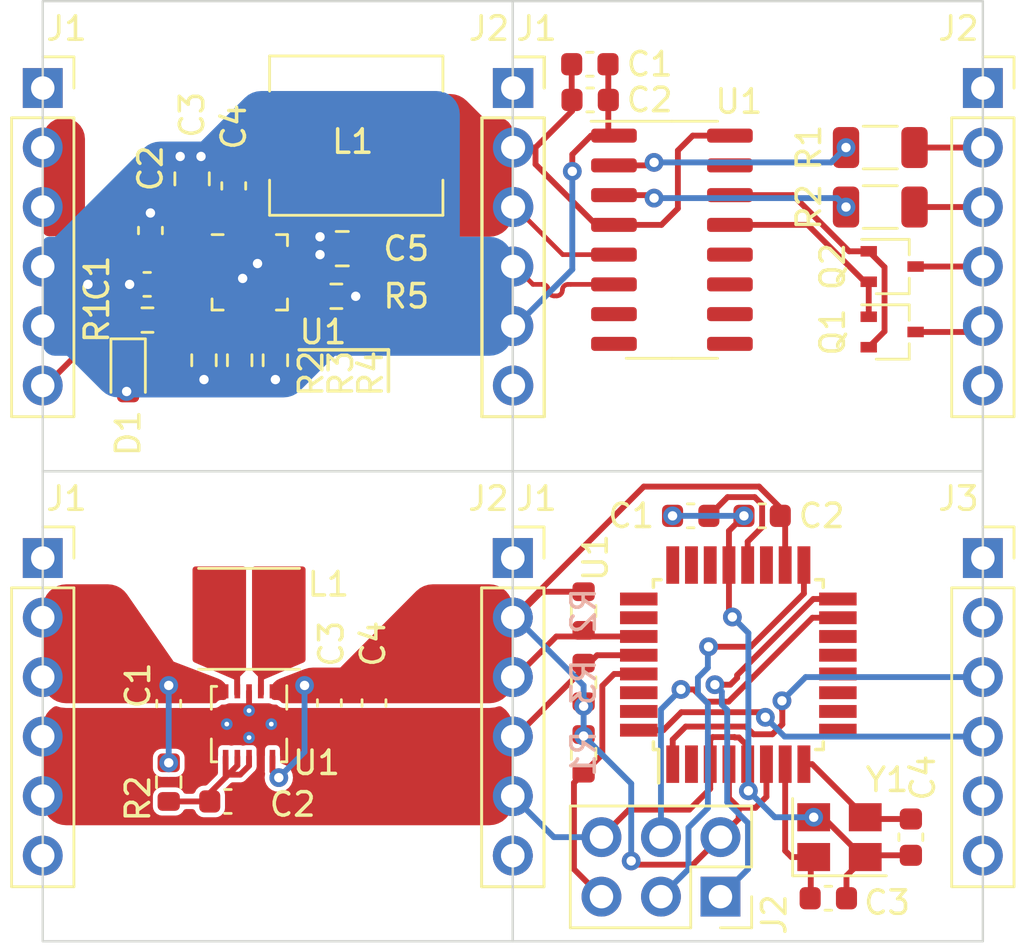
<source format=kicad_pcb>
(kicad_pcb (version 20210722) (generator pcbnew)
  (title_block (title "battery charger") (date "2021-07-07") (rev "0.2") (company "Alex Carter"))
  (layers (0 "F.Cu" signal) (31 "B.Cu" signal) (34 "B.Paste" user) (35 "F.Paste" user) (36 "B.SilkS" user "B.Silkscreen") (37 "F.SilkS" user "F.Silkscreen") (38 "B.Mask" user) (39 "F.Mask" user) (44 "Edge.Cuts" user))
  (net 0 "")
  (net 1 "GND")
  (net 2 "/REGN")
  (net 3 "VBUS")
  (net 4 "Net-(C3-Pad1)")
  (net 5 "Net-(C4-Pad1)")
  (net 6 "Net-(C4-Pad2)")
  (net 7 "+BATT")
  (net 8 "/STAT")
  (net 9 "Net-(R1-Pad2)")
  (net 10 "Net-(R2-Pad2)")
  (net 11 "Net-(R3-Pad2)")
  (net 12 "Net-(R5-Pad1)")
  (footprint "Capacitor_SMD:C_0805_2012Metric" (layer "F.Cu") (at 105.979 66.548 180)
    (fp_text reference "C5")
    (fp_text value "10u")
  )
  (footprint "Capacitor_SMD:C_0603_1608Metric" (layer "F.Cu") (at 101.346 63.868 90)
    (fp_text reference "C4")
    (fp_text value "47n")
  )
  (footprint "Connector_PinSocket_2.54mm:PinSocket_1x06_P2.54mm_Vertical" (layer "F.Cu") (at 133.325 59.69)
    (fp_text reference "J2")
    (fp_text value "Output")
  )
  (footprint "Connector_PinSocket_2.54mm:PinSocket_1x06_P2.54mm_Vertical" (layer "F.Cu") (at 113.259 79.756)
    (fp_text reference "J1")
    (fp_text value "Input")
  )
  (footprint "Resistor_SMD:R_0603_1608Metric" (layer "F.Cu") (at 98.5705 89.32 90)
    (fp_text reference "R2")
    (fp_text value "100")
  )
  (footprint "Connector_PinSocket_2.54mm:PinSocket_1x06_P2.54mm_Vertical" (layer "F.Cu") (at 93.193 59.69)
    (fp_text reference "J1")
    (fp_text value "Input")
  )
  (footprint "Capacitor_SMD:C_0603_1608Metric" (layer "F.Cu") (at 97.79 65.773 90)
    (fp_text reference "C2")
    (fp_text value "2.2u")
  )
  (footprint "Connector_PinSocket_2.54mm:PinSocket_1x06_P2.54mm_Vertical" (layer "F.Cu") (at 113.259 59.69)
    (fp_text reference "J1")
    (fp_text value "Input")
  )
  (footprint "Capacitor_SMD:C_0603_1608Metric" (layer "F.Cu") (at 130.252 91.669 -90)
    (fp_text reference "C4")
    (fp_text value "12p")
  )
  (footprint "Package_TO_SOT_SMD:SOT-323_SC-70" (layer "F.Cu") (at 129.4535 70.104)
    (fp_text reference "Q1")
    (fp_text value "DTC143T")
  )
  (footprint "Package_SO:SOIC-16_3.9x9.9mm_P1.27mm" (layer "F.Cu") (at 120.052 66.167)
    (fp_text reference "U1")
    (fp_text value "CH340B")
  )
  (footprint "Package_TO_SOT_SMD:SOT-323_SC-70" (layer "F.Cu") (at 129.4535 67.31)
    (fp_text reference "Q2")
    (fp_text value "DTC143T")
  )
  (footprint "Capacitor_SMD:C_0603_1608Metric" (layer "F.Cu") (at 120.854 77.953)
    (fp_text reference "C1")
    (fp_text value "0u1")
  )
  (footprint "Capacitor_SMD:C_0805_2012Metric" (layer "F.Cu") (at 99.568 63.566 90)
    (fp_text reference "C3")
    (fp_text value "10u")
  )
  (footprint "Resistor_SMD:R_1206_3216Metric" (layer "F.Cu") (at 128.9455 64.77)
    (fp_text reference "R2")
    (fp_text value "0")
  )
  (footprint "Resistor_SMD:R_0603_1608Metric" (layer "F.Cu") (at 101.6 71.31 90)
    (fp_text reference "R3")
    (fp_text value "10k")
  )
  (footprint "Resistor_SMD:R_0603_1608Metric" (layer "F.Cu") (at 116.282 85.065 90)
    (fp_text reference "R3")
    (fp_text value "tbd")
  )
  (footprint "LED_SMD:LED_0603_1608Metric" (layer "F.Cu") (at 96.838 71.882 -90)
    (fp_text reference "D1")
    (fp_text value "Stat")
  )
  (footprint "Connector_PinSocket_2.54mm:PinSocket_1x06_P2.54mm_Vertical" (layer "F.Cu") (at 113.284 59.69)
    (fp_text reference "J2")
    (fp_text value "Output")
  )
  (footprint "Resistor_SMD:R_0603_1608Metric" (layer "F.Cu") (at 116.282 82.017 -90)
    (fp_text reference "R2")
    (fp_text value "tbd")
  )
  (footprint "Package_SON:Texas_DRC0010J_ThermalVias" (layer "F.Cu") (at 101.9995 86.843 -90)
    (fp_text reference "U1")
    (fp_text value "TPS63001")
  )
  (footprint "Capacitor_SMD:C_0603_1608Metric" (layer "F.Cu") (at 101.0975 90.145)
    (fp_text reference "C2")
    (fp_text value "0u1")
  )
  (footprint "Inductor_SMD:L_Coilcraft_XxL4040" (layer "F.Cu") (at 101.9995 82.35)
    (fp_text reference "L1")
    (fp_text value "2u2")
  )
  (footprint "Connector_PinSocket_2.54mm:PinSocket_1x06_P2.54mm_Vertical" (layer "F.Cu") (at 93.193 79.756)
    (fp_text reference "J1")
    (fp_text value "Input")
  )
  (footprint "Resistor_SMD:R_0603_1608Metric" (layer "F.Cu") (at 116.282 88.113 90)
    (fp_text reference "R1")
    (fp_text value "10K")
  )
  (footprint "Package_QFP:TQFP-32_7x7mm_P0.8mm" (layer "F.Cu") (at 122.886 84.303 90)
    (fp_text reference "U1")
    (fp_text value "ATmega328-AU")
  )
  (footprint "Resistor_SMD:R_0603_1608Metric" (layer "F.Cu") (at 97.663 69.596)
    (fp_text reference "R1")
    (fp_text value "1k")
  )
  (footprint "Resistor_SMD:R_0603_1608Metric" (layer "F.Cu") (at 103.124 71.311 -90)
    (fp_text reference "R4")
    (fp_text value "10k")
  )
  (footprint "Capacitor_SMD:C_0603_1608Metric" (layer "F.Cu") (at 98.5705 85.967 -90)
    (fp_text reference "C1")
    (fp_text value "10u")
  )
  (footprint "Package_DFN_QFN:WQFN-16-1EP_3x3mm_P0.5mm_EP1.6x1.6mm" (layer "F.Cu") (at 102.03 67.557)
    (fp_text reference "U1")
    (fp_text value "BQ25300")
  )
  (footprint "Crystal:Crystal_SMD_3225-4Pin_3.2x2.5mm" (layer "F.Cu") (at 127.204 91.669)
    (fp_text reference "Y1")
    (fp_text value "16MHz YSX321SL")
  )
  (footprint "Capacitor_SMD:C_0603_1608Metric" (layer "F.Cu") (at 105.4285 85.941 -90)
    (fp_text reference "C3")
    (fp_text value "10u")
  )
  (footprint "Capacitor_SMD:C_0603_1608Metric" (layer "F.Cu") (at 116.561 60.198)
    (fp_text reference "C2")
    (fp_text value "0u1")
  )
  (footprint "Capacitor_SMD:C_0603_1608Metric" (layer "F.Cu") (at 97.65 68.072)
    (fp_text reference "C1")
    (fp_text value "2u2")
  )
  (footprint "Capacitor_SMD:C_0603_1608Metric" (layer "F.Cu") (at 123.902 77.953 180)
    (fp_text reference "C2")
    (fp_text value "0u1")
  )
  (footprint "Resistor_SMD:R_0603_1608Metric" (layer "F.Cu") (at 105.727 68.58)
    (fp_text reference "R5")
    (fp_text value "0")
  )
  (footprint "Inductor_SMD:L_Abracon_ASPI-0630LR" (layer "F.Cu") (at 106.576 61.722)
    (fp_text reference "L1")
    (fp_text value "1u")
  )
  (footprint "Connector_PinSocket_2.54mm:PinSocket_2x03_P2.54mm_Vertical" (layer "F.Cu") (at 122.124 94.209 -90)
    (fp_text reference "J2")
    (fp_text value "ICSP")
  )
  (footprint "Capacitor_SMD:C_0603_1608Metric" (layer "F.Cu") (at 126.728 94.277 180)
    (fp_text reference "C3")
    (fp_text value "12p")
  )
  (footprint "Resistor_SMD:R_1206_3216Metric" (layer "F.Cu") (at 128.9455 62.23)
    (fp_text reference "R1")
    (fp_text value "0")
  )
  (footprint "Connector_PinSocket_2.54mm:PinSocket_1x06_P2.54mm_Vertical" (layer "F.Cu") (at 133.325 79.756)
    (fp_text reference "J3")
    (fp_text value "Output")
  )
  (footprint "Connector_PinSocket_2.54mm:PinSocket_1x06_P2.54mm_Vertical" (layer "F.Cu") (at 113.259 79.756)
    (fp_text reference "J2")
    (fp_text value "Output")
  )
  (footprint "Resistor_SMD:R_0603_1608Metric" (layer "F.Cu") (at 100.076 71.31 90)
    (fp_text reference "R2")
    (fp_text value "20k")
  )
  (footprint "Capacitor_SMD:C_0603_1608Metric" (layer "F.Cu") (at 116.548 58.674)
    (fp_text reference "C1")
    (fp_text value "10u")
  )
  (footprint "Capacitor_SMD:C_0603_1608Metric" (layer "F.Cu") (at 107.3335 85.941 -90)
    (fp_text reference "C4")
    (fp_text value "10u")
  )
  (gr_line (start 104.14 70.866) (end 107.95 70.866) (layer "F.SilkS") (width 0.15))
  (gr_line (start 107.95 70.866) (end 107.95 72.644) (layer "F.SilkS") (width 0.15))
  (gr_rect (start 113.259 96.114) (end 93.193 76.048) (layer "Edge.Cuts") (width 0.1) (fill none))
  (gr_rect (start 113.259 76.048) (end 93.193 55.982) (layer "Edge.Cuts") (width 0.1) (fill none))
  (gr_rect (start 133.325 96.114) (end 113.259 76.048) (layer "Edge.Cuts") (width 0.1) (fill none))
  (gr_rect (start 133.325 76.048) (end 113.259 55.982) (layer "Edge.Cuts") (width 0.1) (fill none))
  (segment (start 114.48802 81.192) (end 113.38402 82.296) (width 0.25) (layer "F.Cu") (net 0))
  (segment (start 122.124 91.669) (end 122.901974 90.891026) (width 0.25) (layer "F.Cu") (net 0))
  (segment (start 123.822808 86.335) (end 120.454 86.335) (width 0.25) (layer "F.Cu") (net 0))
  (segment (start 115.869489 89.350511) (end 115.869489 93.034489) (width 0.25) (layer "F.Cu") (net 0))
  (segment (start 125.686 80.053) (end 125.686 81.267282) (width 0.25) (layer "F.Cu") (net 0))
  (segment (start 118.636 83.103) (end 115.11702 83.103) (width 0.25) (layer "F.Cu") (net 0))
  (segment (start 127.136 81.503) (end 126.086 81.503) (width 0.25) (layer "F.Cu") (net 0))
  (segment (start 122.486 89.999) (end 122.486 88.553) (width 0.25) (layer "F.Cu") (net 0))
  (segment (start 117.08152 88.13848) (end 116.282 88.938) (width 0.25) (layer "F.Cu") (net 0))
  (segment (start 127.136 82.303) (end 126.051359 82.303) (width 0.25) (layer "F.Cu") (net 0))
  (segment (start 120.454 86.335) (end 119.686 87.103) (width 0.25) (layer "F.Cu") (net 0))
  (segment (start 124.764501 86.252093) (end 124.748916 86.236508) (width 0.25) (layer "F.Cu") (net 0))
  (segment (start 101.9995 88.621) (end 101.6185 89.002) (width 0.25) (layer "F.Cu") (net 0))
  (segment (start 124.886 92.251) (end 124.992 92.357) (width 0.25) (layer "F.Cu") (net 0))
  (segment (start 125.686 88.553) (end 126.038 88.553) (width 0.25) (layer "F.Cu") (net 0))
  (segment (start 128.4535 69.454) (end 128.4535 67.96) (width 0.25) (layer "F.Cu") (net 0))
  (segment (start 125.217934 64.262) (end 127.615934 66.66) (width 0.25) (layer "F.Cu") (net 0))
  (segment (start 118.851031 76.703969) (end 113.38402 82.17098) (width 0.25) (layer "F.Cu") (net 0))
  (segment (start 117.577 62.992) (end 119.163 62.992) (width 0.25) (layer "F.Cu") (net 0))
  (segment (start 117.08152 85.20748) (end 117.08152 88.13848) (width 0.25) (layer "F.Cu") (net 0))
  (segment (start 129.128011 67.334511) (end 129.128011 70.079489) (width 0.25) (layer "F.Cu") (net 0))
  (segment (start 101.6185 89.002) (end 101.1105 89.002) (width 0.25) (layer "F.Cu") (net 0))
  (segment (start 118.472511 92.843511) (end 118.314 92.685) (width 0.25) (layer "F.Cu") (net 0))
  (segment (start 130.4535 70.104) (end 132.94598 70.104) (width 0.25) (layer "F.Cu") (net 0))
  (segment (start 122.545233 85.160989) (end 121.886034 85.160989) (width 0.25) (layer "F.Cu") (net 0))
  (segment (start 130.252 90.894) (end 128.379 90.894) (width 0.25) (layer "F.Cu") (net 0))
  (segment (start 122.527 65.532) (end 125.85223 65.532) (width 0.25) (layer "F.Cu") (net 0))
  (segment (start 119.686 87.103) (end 118.636 87.103) (width 0.25) (layer "F.Cu") (net 0))
  (segment (start 122.836732 84.86949) (end 122.545233 85.160989) (width 0.25) (layer "F.Cu") (net 0))
  (segment (start 124.764501 86.852291) (end 124.764501 86.252093) (width 0.25) (layer "F.Cu") (net 0))
  (segment (start 124.340099 87.276693) (end 124.764501 86.852291) (width 0.25) (layer "F.Cu") (net 0))
  (segment (start 125.979 92.644) (end 126.104 92.519) (width 0.25) (layer "F.Cu") (net 0))
  (segment (start 130.408 62.23) (end 133.19998 62.23) (width 0.25) (layer "F.Cu") (net 0))
  (segment (start 101.9995 88.243) (end 101.9995 88.621) (width 0.25) (layer "F.Cu") (net 0))
  (segment (start 116.282 85.89) (end 116.282 86.081) (width 0.25) (layer "F.Cu") (net 0))
  (segment (start 98.5705 88.495) (end 98.5705 88.494) (width 0.25) (layer "F.Cu") (net 0))
  (segment (start 125.979 94.277) (end 125.979 92.644) (width 0.25) (layer "F.Cu") (net 0))
  (segment (start 124.677 77.953) (end 124.677 77.608924) (width 0.25) (layer "F.Cu") (net 0))
  (segment (start 126.051359 82.303) (end 122.46887 85.885489) (width 0.25) (layer "F.Cu") (net 0))
  (segment (start 120.641126 86.947874) (end 123.202261 86.947874) (width 0.25) (layer "F.Cu") (net 0))
  (segment (start 120.086 87.503) (end 120.641126 86.947874) (width 0.25) (layer "F.Cu") (net 0))
  (segment (start 100.9995 89.113) (end 100.9995 88.243) (width 0.25) (layer "F.Cu") (net 0))
  (segment (start 124.886 78.162) (end 124.886 80.053) (width 0.25) (layer "F.Cu") (net 0))
  (segment (start 120.086 88.553) (end 120.086 87.503) (width 0.25) (layer "F.Cu") (net 0))
  (segment (start 116.98723 70.612) (end 117.577 70.612) (width 0.25) (layer "F.Cu") (net 0))
  (segment (start 125.686 81.267282) (end 123.412282 83.541) (width 0.25) (layer "F.Cu") (net 0))
  (segment (start 120.949489 92.843511) (end 118.472511 92.843511) (width 0.25) (layer "F.Cu") (net 0))
  (segment (start 122.901974 90.414974) (end 122.486 89.999) (width 0.25) (layer "F.Cu") (net 0))
  (segment (start 123.286 79.052372) (end 123.90248 78.435892) (width 0.25) (layer "F.Cu") (net 0))
  (segment (start 127.615934 66.66) (end 128.4535 66.66) (width 0.25) (layer "F.Cu") (net 0))
  (segment (start 117.577 64.262) (end 119.163 64.262) (width 0.25) (layer "F.Cu") (net 0))
  (segment (start 123.585852 77.15348) (end 122.42852 77.15348) (width 0.25) (layer "F.Cu") (net 0))
  (segment (start 124.086 88.553) (end 124.086 89.944577) (width 0.25) (layer "F.Cu") (net 0))
  (segment (start 124.04 86.552192) (end 123.822808 86.335) (width 0.25) (layer "F.Cu") (net 0))
  (segment (start 122.124 91.669) (end 120.949489 92.843511) (width 0.25) (layer "F.Cu") (net 0))
  (segment (start 116.282 81.192) (end 114.48802 81.192) (width 0.25) (layer "F.Cu") (net 0))
  (segment (start 121.504849 85.885489) (end 120.983375 85.364015) (width 0.25) (layer "F.Cu") (net 0))
  (segment (start 126.038 88.553) (end 128.304 90.819) (width 0.25) (layer "F.Cu") (net 0))
  (segment (start 113.5 60.211) (end 113.487 60.198) (width 0.25) (layer "F.Cu") (net 0))
  (segment (start 123.412282 83.541) (end 121.616 83.541) (width 0.25) (layer "F.Cu") (net 0))
  (segment (start 130.408 64.77) (end 133.19998 64.77) (width 0.25) (layer "F.Cu") (net 0))
  (segment (start 130.4535 67.31) (end 133.19998 67.31) (width 0.25) (layer "F.Cu") (net 0))
  (segment (start 123.53108 87.276693) (end 124.340099 87.276693) (width 0.25) (layer "F.Cu") (net 0))
  (segment (start 102.9995 88.859) (end 103.2695 89.129) (width 0.25) (layer "F.Cu") (net 0))
  (segment (start 117.586 84.703) (end 117.08152 85.20748) (width 0.25) (layer "F.Cu") (net 0))
  (segment (start 116.282 88.938) (end 115.869489 89.350511) (width 0.25) (layer "F.Cu") (net 0))
  (segment (start 125.85223 65.532) (end 128.28023 67.96) (width 0.25) (layer "F.Cu") (net 0))
  (segment (start 126.086 81.503) (end 122.836732 84.752268) (width 0.25) (layer "F.Cu") (net 0))
  (segment (start 123.90248 78.435892) (end 123.90248 77.470108) (width 0.25) (layer "F.Cu") (net 0))
  (segment (start 128.4535 66.66) (end 129.128011 67.334511) (width 0.25) (layer "F.Cu") (net 0))
  (segment (start 98.5705 90.145) (end 100.3225 90.145) (width 0.25) (layer "F.Cu") (net 0))
  (segment (start 102.9995 88.243) (end 102.9995 88.859) (width 0.25) (layer "F.Cu") (net 0))
  (segment (start 115.11702 83.103) (end 113.38402 84.836) (width 0.25) (layer "F.Cu") (net 0))
  (segment (start 123.286 80.053) (end 123.286 79.052372) (width 0.25) (layer "F.Cu") (net 0))
  (segment (start 124.748916 86.236508) (end 124.748916 85.847604) (width 0.25) (layer "F.Cu") (net 0))
  (segment (start 122.901974 90.891026) (end 122.901974 90.414974) (width 0.25) (layer "F.Cu") (net 0))
  (segment (start 123.90248 77.470108) (end 123.585852 77.15348) (width 0.25) (layer "F.Cu") (net 0))
  (segment (start 124.886 88.553) (end 124.886 92.251) (width 0.25) (layer "F.Cu") (net 0))
  (segment (start 128.379 90.894) (end 128.304 90.819) (width 0.25) (layer "F.Cu") (net 0))
  (segment (start 124.992 92.357) (end 125.154 92.519) (width 0.25) (layer "F.Cu") (net 0))
  (segment (start 122.836732 84.752268) (end 122.836732 84.86949) (width 0.25) (layer "F.Cu") (net 0))
  (segment (start 123.615603 90.414974) (end 122.901974 90.414974) (width 0.25) (layer "F.Cu") (net 0))
  (segment (start 120.983375 85.364015) (end 120.437033 85.364015) (width 0.25) (layer "F.Cu") (net 0))
  (segment (start 122.42852 77.15348) (end 121.629 77.953) (width 0.25) (layer "F.Cu") (net 0))
  (segment (start 115.869489 93.034489) (end 117.044 94.209) (width 0.25) (layer "F.Cu") (net 0))
  (segment (start 122.46887 85.885489) (end 121.504849 85.885489) (width 0.25) (layer "F.Cu") (net 0))
  (segment (start 128.28023 67.96) (end 128.4535 67.96) (width 0.25) (layer "F.Cu") (net 0))
  (segment (start 101.4995 88.613) (end 101.1105 89.002) (width 0.25) (layer "F.Cu") (net 0))
  (segment (start 124.086 89.944577) (end 123.615603 90.414974) (width 0.25) (layer "F.Cu") (net 0))
  (segment (start 123.202261 86.947874) (end 123.53108 87.276693) (width 0.25) (layer "F.Cu") (net 0))
  (segment (start 124.677 77.608924) (end 123.772045 76.703969) (width 0.25) (layer "F.Cu") (net 0))
  (segment (start 100.3225 90.145) (end 100.3225 89.79) (width 0.25) (layer "F.Cu") (net 0))
  (segment (start 101.4995 88.243) (end 101.4995 88.613) (width 0.25) (layer "F.Cu") (net 0))
  (segment (start 116.282 87.288) (end 116.282 87.351) (width 0.25) (layer "F.Cu") (net 0))
  (segment (start 122.527 64.262) (end 125.217934 64.262) (width 0.25) (layer "F.Cu") (net 0))
  (segment (start 118.636 84.703) (end 117.586 84.703) (width 0.25) (layer "F.Cu") (net 0))
  (segment (start 132.842 70.104) (end 133.096 69.85) (width 0.25) (layer "F.Cu") (net 0))
  (segment (start 124.677 77.953) (end 124.886 78.162) (width 0.25) (layer "F.Cu") (net 0))
  (segment (start 119.163 62.992) (end 119.29 62.865) (width 0.25) (layer "F.Cu") (net 0))
  (segment (start 101.1105 89.002) (end 100.9995 89.113) (width 0.25) (layer "F.Cu") (net 0))
  (segment (start 125.154 92.519) (end 126.104 92.519) (width 0.25) (layer "F.Cu") (net 0))
  (segment (start 123.772045 76.703969) (end 118.851031 76.703969) (width 0.25) (layer "F.Cu") (net 0))
  (segment (start 100.3225 89.79) (end 100.9995 89.113) (width 0.25) (layer "F.Cu") (net 0))
  (segment (start 129.128011 70.079489) (end 128.4535 70.754) (width 0.25) (layer "F.Cu") (net 0))
  (segment (start 132.94598 70.104) (end 133.19998 69.85) (width 0.25) (layer "F.Cu") (net 0))
  (segment (start 119.163 64.262) (end 119.29 64.389) (width 0.25) (layer "F.Cu") (net 0))
  (via (at 116.282 86.081) (size 0.8) (drill 0.4) (layers "F.Cu" "B.Cu") (net 0))
  (via (at 127.483 62.23) (size 0.8) (drill 0.4) (layers "F.Cu" "B.Cu") (net 0))
  (via (at 121.886034 85.160989) (size 0.8) (drill 0.4) (layers "F.Cu" "B.Cu") (net 0))
  (via (at 124.748916 85.847604) (size 0.8) (drill 0.4) (layers "F.Cu" "B.Cu") (net 0))
  (via (at 121.616 83.541) (size 0.8) (drill 0.4) (layers "F.Cu" "B.Cu") (net 0))
  (via (at 116.282 87.351) (size 0.8) (drill 0.4) (layers "F.Cu" "B.Cu") (net 0))
  (via (at 119.29 64.389) (size 0.8) (drill 0.4) (layers "F.Cu" "B.Cu") (net 0))
  (via (at 98.5705 85.192) (size 0.8) (drill 0.4) (layers "F.Cu" "B.Cu") (net 0))
  (via (at 104.369 85.192) (size 0.8) (drill 0.4) (layers "F.Cu" "B.Cu") (net 0))
  (via (at 120.437033 85.364015) (size 0.8) (drill 0.4) (layers "F.Cu" "B.Cu") (net 0))
  (via (at 118.314 92.685) (size 0.8) (drill 0.4) (layers "F.Cu" "B.Cu") (net 0))
  (via (at 124.04 86.552192) (size 0.8) (drill 0.4) (layers "F.Cu" "B.Cu") (net 0))
  (via (at 98.5705 88.494) (size 0.8) (drill 0.4) (layers "F.Cu" "B.Cu") (net 0))
  (via (at 103.2695 89.129) (size 0.8) (drill 0.4) (layers "F.Cu" "B.Cu") (net 0))
  (via (at 127.483 64.77) (size 0.8) (drill 0.4) (layers "F.Cu" "B.Cu") (net 0))
  (via (at 119.29 62.865) (size 0.8) (drill 0.4) (layers "F.Cu" "B.Cu") (net 0))
  (segment (start 125.76052 84.836) (end 124.748916 85.847604) (width 0.25) (layer "B.Cu") (net 0))
  (segment (start 98.5705 88.494) (end 98.5705 85.192) (width 0.25) (layer "B.Cu") (net 0))
  (segment (start 121.586363 85.967003) (end 121.586363 90.428637) (width 0.25) (layer "B.Cu") (net 0))
  (segment (start 118.314 92.685) (end 118.314 89.383) (width 0.25) (layer "B.Cu") (net 0))
  (segment (start 121.616 83.541) (end 121.585935 83.571065) (width 0.25) (layer "B.Cu") (net 0))
  (segment (start 122.182489 85.457444) (end 121.886034 85.160989) (width 0.25) (layer "B.Cu") (net 0))
  (segment (start 133.19998 87.376) (end 124.863808 87.376) (width 0.25) (layer "B.Cu") (net 0))
  (segment (start 133.19998 84.836) (end 125.76052 84.836) (width 0.25) (layer "B.Cu") (net 0))
  (segment (start 124.863808 87.376) (end 124.04 86.552192) (width 0.25) (layer "B.Cu") (net 0))
  (segment (start 122.124 94.209) (end 123.298511 93.034489) (width 0.25) (layer "B.Cu") (net 0))
  (segment (start 123.298511 91.065511) (end 122.41119 90.17819) (width 0.25) (layer "B.Cu") (net 0))
  (segment (start 119.29 62.865) (end 126.848 62.865) (width 0.25) (layer "B.Cu") (net 0))
  (segment (start 126.848 62.865) (end 127.483 62.23) (width 0.25) (layer "B.Cu") (net 0))
  (segment (start 119.584 91.669) (end 119.584 86.217048) (width 0.25) (layer "B.Cu") (net 0))
  (segment (start 103.2695 89.129) (end 104.369 88.0295) (width 0.25) (layer "B.Cu") (net 0))
  (segment (start 121.585935 83.571065) (end 121.585935 84.436488) (width 0.25) (layer "B.Cu") (net 0))
  (segment (start 122.41119 86.241894) (end 122.182489 86.013193) (width 0.25) (layer "B.Cu") (net 0))
  (segment (start 122.182489 86.013193) (end 122.182489 85.457444) (width 0.25) (layer "B.Cu") (net 0))
  (segment (start 119.584 86.217048) (end 120.437033 85.364015) (width 0.25) (layer "B.Cu") (net 0))
  (segment (start 122.41119 90.17819) (end 122.41119 86.241894) (width 0.25) (layer "B.Cu") (net 0))
  (segment (start 121.161533 85.542173) (end 121.586363 85.967003) (width 0.25) (layer "B.Cu") (net 0))
  (segment (start 121.161533 84.86089) (end 121.161533 85.542173) (width 0.25) (layer "B.Cu") (net 0))
  (segment (start 104.369 88.0295) (end 104.369 85.192) (width 0.25) (layer "B.Cu") (net 0))
  (segment (start 120.758511 91.256489) (end 120.758511 93.034489) (width 0.25) (layer "B.Cu") (net 0))
  (segment (start 123.298511 93.034489) (end 123.298511 91.065511) (width 0.25) (layer "B.Cu") (net 0))
  (segment (start 116.282 86.081) (end 116.282 85.19398) (width 0.25) (layer "B.Cu") (net 0))
  (segment (start 116.282 87.351) (end 116.282 86.081) (width 0.25) (layer "B.Cu") (net 0))
  (segment (start 116.282 85.19398) (end 113.38402 82.296) (width 0.25) (layer "B.Cu") (net 0))
  (segment (start 127.102 64.389) (end 127.483 64.77) (width 0.25) (layer "B.Cu") (net 0))
  (segment (start 119.29 64.389) (end 127.102 64.389) (width 0.25) (layer "B.Cu") (net 0))
  (segment (start 121.585935 84.436488) (end 121.161533 84.86089) (width 0.25) (layer "B.Cu") (net 0))
  (segment (start 118.314 89.383) (end 116.282 87.351) (width 0.25) (layer "B.Cu") (net 0))
  (segment (start 120.758511 93.034489) (end 119.584 94.209) (width 0.25) (layer "B.Cu") (net 0))
  (segment (start 121.586363 90.428637) (end 120.758511 91.256489) (width 0.25) (layer "B.Cu") (net 0))
  (segment (start 99.065 62.616) (end 99.06 62.611) (width 0.25) (layer "F.Cu") (net 1))
  (segment (start 118.218511 90.494489) (end 117.044 91.669) (width 0.25) (layer "F.Cu") (net 1))
  (segment (start 117.336 61.481) (end 117.577 61.722) (width 0.25) (layer "F.Cu") (net 1))
  (segment (start 102.03 67.515) (end 102.362 67.183) (width 0.25) (layer "F.Cu") (net 1))
  (segment (start 127.503 94.277) (end 127.503 93.32) (width 0.25) (layer "F.Cu") (net 1))
  (segment (start 121.686 88.553) (end 121.686 87.503) (width 0.25) (layer "F.Cu") (net 1))
  (segment (start 126.104 90.823) (end 126.188 90.907) (width 0.25) (layer "F.Cu") (net 1))
  (segment (start 126.104 90.819) (end 126.104 90.823) (width 0.25) (layer "F.Cu") (net 1))
  (segment (start 99.568 62.616) (end 99.944 62.616) (width 0.25) (layer "F.Cu") (net 1))
  (segment (start 122.486 78.594) (end 122.486 80.053) (width 0.25) (layer "F.Cu") (net 1))
  (segment (start 102.03 67.557) (end 101.988 67.557) (width 0.25) (layer "F.Cu") (net 1))
  (segment (start 115.019718 68.562719) (end 115.129 68.562719) (width 0.2) (layer "F.Cu") (net 1))
  (segment (start 115.374359 68.31736) (end 115.374359 68.317359) (width 0.2) (layer "F.Cu") (net 1))
  (segment (start 116.85702 83.903) (end 113.38402 87.376) (width 0.25) (layer "F.Cu") (net 1))
  (segment (start 122.486 80.053) (end 122.486 82.125) (width 0.25) (layer "F.Cu") (net 1))
  (segment (start 128.379 92.444) (end 128.304 92.519) (width 0.25) (layer "F.Cu") (net 1))
  (segment (start 121.686 89.603) (end 120.794511 90.494489) (width 0.25) (layer "F.Cu") (net 1))
  (segment (start 97.79 64.998) (end 97.79 65.024) (width 0.25) (layer "F.Cu") (net 1))
  (segment (start 122.725947 87.397385) (end 122.741624 87.413062) (width 0.25) (layer "F.Cu") (net 1))
  (segment (start 99.944 62.616) (end 99.949 62.611) (width 0.25) (layer "F.Cu") (net 1))
  (segment (start 121.686 88.553) (end 121.686 89.603) (width 0.25) (layer "F.Cu") (net 1))
  (segment (start 122.741624 87.413062) (end 122.911406 87.413062) (width 0.25) (layer "F.Cu") (net 1))
  (segment (start 117.336 58.687) (end 117.323 58.674) (width 0.25) (layer "F.Cu") (net 1))
  (segment (start 117.336 60.198) (end 117.336 58.687) (width 0.25) (layer "F.Cu") (net 1))
  (segment (start 96.875 68.072) (end 96.901 68.072) (width 0.25) (layer "F.Cu") (net 1))
  (segment (start 115.619718 68.072) (end 115.729 68.072) (width 0.2) (layer "F.Cu") (net 1))
  (segment (start 123.286 87.787656) (end 123.286 88.553) (width 0.25) (layer "F.Cu") (net 1))
  (segment (start 117.577 61.722) (end 116.602001 61.722) (width 0.25) (layer "F.Cu") (net 1))
  (segment (start 96.7995 72.6695) (end 96.774 72.644) (width 0.25) (layer "F.Cu") (net 1))
  (segment (start 120.794511 90.494489) (end 118.218511 90.494489) (width 0.25) (layer "F.Cu") (net 1))
  (segment (start 114.12102 68.072) (end 114.529 68.072) (width 0.2) (layer "F.Cu") (net 1))
  (segment (start 96.838 72.6695) (end 96.7995 72.6695) (width 0.25) (layer "F.Cu") (net 1))
  (segment (start 113.35902 67.31) (end 114.12102 68.072) (width 0.2) (layer "F.Cu") (net 1))
  (segment (start 100.076 72.135) (end 100.076 72.13501) (width 0.25) (layer "F.Cu") (net 1))
  (segment (start 128.304 92.519) (end 128.204 92.519) (width 0.25) (layer "F.Cu") (net 1))
  (segment (start 105.029 66.548) (end 105.029 66.04) (width 0.25) (layer "F.Cu") (net 1))
  (segment (start 115.799 62.525001) (end 115.799 63.246) (width 0.25) (layer "F.Cu") (net 1))
  (segment (start 106.552 68.58) (end 106.553 68.58) (width 0.25) (layer "F.Cu") (net 1))
  (segment (start 115.729 68.072) (end 117.577 68.072) (width 0.2) (layer "F.Cu") (net 1))
  (segment (start 117.336 60.198) (end 117.336 61.481) (width 0.25) (layer "F.Cu") (net 1))
  (segment (start 130.252 92.444) (end 128.379 92.444) (width 0.25) (layer "F.Cu") (net 1))
  (segment (start 123.286 89.660963) (end 123.3155 89.690463) (width 0.25) (layer "F.Cu") (net 1))
  (segment (start 118.636 83.903) (end 116.85702 83.903) (width 0.25) (layer "F.Cu") (net 1))
  (segment (start 121.791615 87.397385) (end 122.725947 87.397385) (width 0.25) (layer "F.Cu") (net 1))
  (segment (start 99.568 62.616) (end 99.065 62.616) (width 0.25) (layer "F.Cu") (net 1))
  (segment (start 105.029 66.548) (end 105.029 66.802) (width 0.25) (layer "F.Cu") (net 1))
  (segment (start 121.686 87.503) (end 121.791615 87.397385) (width 0.25) (layer "F.Cu") (net 1))
  (segment (start 127.503 93.32) (end 128.304 92.519) (width 0.25) (layer "F.Cu") (net 1))
  (segment (start 101.988 67.557) (end 101.727 67.818) (width 0.25) (layer "F.Cu") (net 1))
  (segment (start 122.486 82.125) (end 122.632 82.271) (width 0.25) (layer "F.Cu") (net 1))
  (segment (start 122.911406 87.413062) (end 123.286 87.787656) (width 0.25) (layer "F.Cu") (net 1))
  (segment (start 114.774359 68.317359) (end 114.774359 68.31736) (width 0.2) (layer "F.Cu") (net 1))
  (segment (start 128.204 92.519) (end 126.504 90.819) (width 0.25) (layer "F.Cu") (net 1))
  (segment (start 102.03 67.557) (end 102.03 67.515) (width 0.25) (layer "F.Cu") (net 1))
  (segment (start 101.9995 85.443) (end 101.9995 86.268) (width 0.25) (layer "F.Cu") (net 1))
  (segment (start 126.504 90.819) (end 126.104 90.819) (width 0.25) (layer "F.Cu") (net 1))
  (segment (start 123.127 77.953) (end 122.486 78.594) (width 0.25) (layer "F.Cu") (net 1))
  (segment (start 123.286 88.553) (end 123.286 89.660963) (width 0.25) (layer "F.Cu") (net 1))
  (segment (start 116.602001 61.722) (end 115.799 62.525001) (width 0.25) (layer "F.Cu") (net 1))
  (via (at 96.774 72.644) (size 0.8) (drill 0.4) (layers "F.Cu" "B.Cu") (net 1))
  (via (at 100.076 72.13501) (size 0.8) (drill 0.4) (layers "F.Cu" "B.Cu") (net 1))
  (via (at 99.06 62.611) (size 0.8) (drill 0.4) (layers "F.Cu" "B.Cu") (net 1))
  (via (at 97.79 65.024) (size 0.8) (drill 0.4) (layers "F.Cu" "B.Cu") (net 1))
  (via (at 103.124 72.136) (size 0.8) (drill 0.4) (layers "F.Cu" "B.Cu") (net 1))
  (via (at 123.127 77.953) (size 0.8) (drill 0.4) (layers "F.Cu" "B.Cu") (net 1))
  (via (at 105.029 66.802) (size 0.8) (drill 0.4) (layers "F.Cu" "B.Cu") (net 1))
  (via (at 101.727 67.818) (size 0.8) (drill 0.4) (layers "F.Cu" "B.Cu") (net 1))
  (via (at 122.632 82.271) (size 0.8) (drill 0.4) (layers "F.Cu" "B.Cu") (net 1))
  (via (at 106.553 68.58) (size 0.8) (drill 0.4) (layers "F.Cu" "B.Cu") (net 1))
  (via (at 126.104 90.819) (size 0.8) (drill 0.4) (layers "F.Cu" "B.Cu") (net 1))
  (via (at 123.3155 89.690463) (size 0.8) (drill 0.4) (layers "F.Cu" "B.Cu") (net 1))
  (via (at 96.901 68.072) (size 0.8) (drill 0.4) (layers "F.Cu" "B.Cu") (net 1))
  (via (at 102.362 67.183) (size 0.8) (drill 0.4) (layers "F.Cu" "B.Cu") (net 1))
  (via (at 120.079 77.953) (size 0.8) (drill 0.4) (layers "F.Cu" "B.Cu") (net 1))
  (via (at 95.123 68.072) (size 0.8) (drill 0.4) (layers "F.Cu" "B.Cu") (net 1))
  (via (at 105.029 66.04) (size 0.8) (drill 0.4) (layers "F.Cu" "B.Cu") (net 1))
  (via (at 99.949 62.611) (size 0.8) (drill 0.4) (layers "F.Cu" "B.Cu") (net 1))
  (via (at 115.799 63.246) (size 0.8) (drill 0.4) (layers "F.Cu" "B.Cu") (net 1))
  (arc (start 115.129 68.562719) (mid 115.302495 68.490855) (end 115.374359 68.31736) (width 0.2) (layer "F.Cu") (net 1))
  (arc (start 115.374359 68.317359) (mid 115.446223 68.143864) (end 115.619718 68.072) (width 0.2) (layer "F.Cu") (net 1))
  (arc (start 114.529 68.072) (mid 114.702495 68.143864) (end 114.774359 68.317359) (width 0.2) (layer "F.Cu") (net 1))
  (arc (start 114.774359 68.31736) (mid 114.846223 68.490855) (end 115.019718 68.562719) (width 0.2) (layer "F.Cu") (net 1))
  (segment (start 123.3155 82.9545) (end 123.3155 89.690463) (width 0.25) (layer "B.Cu") (net 1))
  (segment (start 115.012 91.669) (end 113.38402 90.04102) (width 0.25) (layer "B.Cu") (net 1))
  (segment (start 123.3155 89.690463) (end 124.444037 90.819) (width 0.25) (layer "B.Cu") (net 1))
  (segment (start 122.632 82.271) (end 123.3155 82.9545) (width 0.25) (layer "B.Cu") (net 1))
  (segment (start 117.044 91.669) (end 115.012 91.669) (width 0.25) (layer "B.Cu") (net 1))
  (segment (start 115.799 67.43502) (end 113.38402 69.85) (width 0.25) (layer "B.Cu") (net 1))
  (segment (start 123.127 77.953) (end 120.079 77.953) (width 0.25) (layer "B.Cu") (net 1))
  (segment (start 124.444037 90.819) (end 126.104 90.819) (width 0.25) (layer "B.Cu") (net 1))
  (segment (start 115.799 63.246) (end 115.799 67.43502) (width 0.25) (layer "B.Cu") (net 1))
  (segment (start 100.67452 71.20952) (end 97.93303 71.20952) (width 0.25) (layer "F.Cu") (net 2))
  (segment (start 99.698 67.307) (end 100.5925 67.307) (width 0.25) (layer "F.Cu") (net 2))
  (segment (start 97.76298 71.03947) (end 97.76298 68.73402) (width 0.25) (layer "F.Cu") (net 2))
  (segment (start 97.93303 71.20952) (end 97.76298 71.03947) (width 0.25) (layer "F.Cu") (net 2))
  (segment (start 97.76298 68.73402) (end 98.425 68.072) (width 0.25) (layer "F.Cu") (net 2))
  (segment (start 98.425 68.072) (end 98.933 68.072) (width 0.25) (layer "F.Cu") (net 2))
  (segment (start 101.6 72.135) (end 100.67452 71.20952) (width 0.25) (layer "F.Cu") (net 2))
  (segment (start 98.933 68.072) (end 99.698 67.307) (width 0.25) (layer "F.Cu") (net 2))
  (segment (start 101.346 64.643) (end 101.6 64.389) (width 0.25) (layer "F.Cu") (net 5))
  (segment (start 101.6 64.389) (end 101.78 64.569) (width 0.25) (layer "F.Cu") (net 5))
  (segment (start 101.78 64.569) (end 101.78 66.1195) (width 0.25) (layer "F.Cu") (net 5))
  (segment (start 120.306 64.829856) (end 120.306 62.357) (width 0.25) (layer "F.Cu") (net 7))
  (segment (start 105.69702 67.77998) (end 106.929 66.548) (width 0.25) (layer "F.Cu") (net 7))
  (segment (start 103.4675 67.807) (end 103.49452 67.77998) (width 0.25) (layer "F.Cu") (net 7))
  (segment (start 119.603856 65.532) (end 120.306 64.829856) (width 0.25) (layer "F.Cu") (net 7))
  (segment (start 120.306 62.357) (end 120.941 61.722) (width 0.25) (layer "F.Cu") (net 7))
  (segment (start 115.773 60.185) (end 115.786 60.198) (width 0.25) (layer "F.Cu") (net 7))
  (segment (start 103.49452 67.77998) (end 105.69702 67.77998) (width 0.25) (layer "F.Cu") (net 7))
  (segment (start 114.229 62.23) (end 114.229 62.946) (width 0.25) (layer "F.Cu") (net 7))
  (segment (start 115.39102 66.802) (end 113.35902 64.77) (width 0.2) (layer "F.Cu") (net 7))
  (segment (start 115.786 60.198) (end 115.786 60.673) (width 0.25) (layer "F.Cu") (net 7))
  (segment (start 114.229 62.946) (end 116.815 65.532) (width 0.25) (layer "F.Cu") (net 7))
  (segment (start 115.786 60.673) (end 114.229 62.23) (width 0.25) (layer "F.Cu") (net 7))
  (segment (start 120.941 61.722) (end 122.527 61.722) (width 0.25) (layer "F.Cu") (net 7))
  (segment (start 117.577 66.802) (end 115.39102 66.802) (width 0.2) (layer "F.Cu") (net 7))
  (segment (start 115.773 58.674) (end 115.773 60.185) (width 0.25) (layer "F.Cu") (net 7))
  (segment (start 114.229 62.23) (end 113.38402 62.23) (width 0.25) (layer "F.Cu") (net 7))
  (segment (start 117.577 65.532) (end 119.603856 65.532) (width 0.25) (layer "F.Cu") (net 7))
  (segment (start 116.815 65.532) (end 117.577 65.532) (width 0.25) (layer "F.Cu") (net 7))
  (segment (start 96.838 69.596) (end 96.838 71.0945) (width 0.25) (layer "F.Cu") (net 8))
  (segment (start 94.61352 71.0945) (end 93.31802 72.39) (width 0.25) (layer "F.Cu") (net 8))
  (segment (start 96.838 71.0945) (end 94.61352 71.0945) (width 0.25) (layer "F.Cu") (net 8))
  (segment (start 98.488 69.596) (end 98.488 69.425964) (width 0.25) (layer "F.Cu") (net 9))
  (segment (start 100.095964 67.818) (end 100.5815 67.818) (width 0.25) (layer "F.Cu") (net 9))
  (segment (start 98.488 69.425964) (end 100.095964 67.818) (width 0.25) (layer "F.Cu") (net 9))
  (segment (start 100.5815 67.818) (end 100.5925 67.807) (width 0.25) (layer "F.Cu") (net 9))
  (segment (start 100.076 68.58) (end 100.076 70.485) (width 0.25) (layer "F.Cu") (net 10))
  (segment (start 100.349 68.307) (end 100.076 68.58) (width 0.25) (layer "F.Cu") (net 10))
  (segment (start 100.5925 68.307) (end 100.349 68.307) (width 0.25) (layer "F.Cu") (net 10))
  (segment (start 100.076 68.58) (end 100.076 68.8235) (width 0.25) (layer "F.Cu") (net 10))
  (segment (start 102.28 69.805) (end 102.28 68.9945) (width 0.25) (layer "F.Cu") (net 11))
  (segment (start 101.6 70.485) (end 102.28 69.805) (width 0.25) (layer "F.Cu") (net 11))
  (segment (start 103.124 70.486) (end 102.961 70.486) (width 0.25) (layer "F.Cu") (net 11))
  (segment (start 102.961 70.486) (end 102.28 69.805) (width 0.25) (layer "F.Cu") (net 11))
  (segment (start 104.629 68.307) (end 104.902 68.58) (width 0.25) (layer "F.Cu") (net 12))
  (segment (start 103.4675 68.307) (end 104.629 68.307) (width 0.25) (layer "F.Cu") (net 12))
  (zone (net 0) (net_name "") (layer "F.Cu") (priority 16) (connect_pads yes (clearance 0)) (min_thickness 0.254) (fill yes (thermal_gap 0.508) (thermal_bridge_width 0.508) (island_removal_mode 1) (island_area_min 0))
    (polygon (pts (xy 101.8725 84.557) (xy 101.6185 84.811) (xy 101.6185 85.7) (xy 101.3645 85.7) (xy 101.3645 84.938) (xy 99.5865 84.176) (xy 99.5865 80.112) (xy 101.8725 80.112)))
  )
  (zone (net 4) (net_name "Net-(C3-Pad1)") (layer "F.Cu") (priority 1) (connect_pads yes (clearance 0.2)) (min_thickness 0.254) (fill yes (thermal_gap 0.508) (thermal_bridge_width 0.508) (island_removal_mode 1) (island_area_min 0))
    (polygon (pts (xy 100.33 65.151) (xy 100.584 65.405) (xy 101.092 65.405) (xy 101.346 65.659) (xy 101.346 66.548) (xy 101.092 66.548) (xy 100.838 66.167) (xy 99.949 66.167) (xy 98.933 65.151) (xy 98.933 64.389) (xy 100.33 64.389)))
  )
  (zone (net 3) (net_name "VBUS") (layer "F.Cu") (connect_pads yes (clearance 0.2)) (min_thickness 0.254) (fill yes (thermal_gap 0.508) (thermal_bridge_width 0.508) (island_removal_mode 1) (island_area_min 0))
    (polygon (pts (xy 99.822 66.421) (xy 100.711 66.421) (xy 100.965 66.675) (xy 100.965 66.929) (xy 97.282 66.929) (xy 97.282 66.167) (xy 99.568 66.167)))
  )
  (zone (net 0) (net_name "") (layer "F.Cu") (priority 16) (connect_pads yes (clearance 0)) (min_thickness 0.254) (fill yes (thermal_gap 0.508) (thermal_bridge_width 0.508) (smoothing fillet) (radius 1) (island_removal_mode 1) (island_area_min 0))
    (polygon (pts (xy 102.8885 85.065) (xy 102.8885 85.954) (xy 114.021 85.954) (xy 114.021 80.874) (xy 109.428125 80.874) (xy 105.893 84.43) (xy 104.5395 84.43)))
  )
  (zone (net 3) (net_name "VBUS") (layer "F.Cu") (connect_pads yes (clearance 0)) (min_thickness 0.254) (fill yes (thermal_gap 0.508) (thermal_bridge_width 0.508) (smoothing fillet) (radius 1) (island_removal_mode 1) (island_area_min 0))
    (polygon (pts (xy 94.996 64.77) (xy 96.139 65.913) (xy 96.52 66.04) (xy 98.044 66.04) (xy 98.171 66.167) (xy 98.171 66.929) (xy 94.742 66.929) (xy 93.726 66.015) (xy 92.202 66.04) (xy 92.202 60.96) (xy 94.996 60.96)))
  )
  (zone (net 1) (net_name "GND") (layer "F.Cu") (priority 14) (connect_pads yes (clearance 0)) (min_thickness 0.254) (fill yes (thermal_gap 0.508) (thermal_bridge_width 0.508) (smoothing fillet) (radius 1) (island_removal_mode 1) (island_area_min 0))
    (polygon (pts (xy 114.021 91.161) (xy 92.177 91.161) (xy 92.177 85.954) (xy 114.021 85.954)))
  )
  (zone (net 0) (net_name "") (layer "F.Cu") (priority 16) (connect_pads yes (clearance 0)) (min_thickness 0.254) (fill yes (thermal_gap 0.508) (thermal_bridge_width 0.508) (smoothing fillet) (radius 1) (island_removal_mode 1) (island_area_min 0))
    (polygon (pts (xy 101.1105 85.065) (xy 101.1105 85.954) (xy 92.177 85.954) (xy 92.177 80.874) (xy 96.495 80.874) (xy 98.781 84.176)))
  )
  (zone (net 7) (net_name "+BATT") (layer "F.Cu") (priority 3) (connect_pads yes (clearance 0)) (min_thickness 0.254) (fill yes (thermal_gap 0.508) (thermal_bridge_width 0.508) (smoothing fillet) (radius 1) (island_removal_mode 1) (island_area_min 0))
    (polygon (pts (xy 108.331 59.944) (xy 110.998 59.944) (xy 112.014 60.96) (xy 114.046 60.96) (xy 114.046 66.04) (xy 108.712 66.04) (xy 107.696 67.31) (xy 106.172 67.31) (xy 106.172 65.659) (xy 108.331 63.881)))
  )
  (zone (net 6) (net_name "Net-(C4-Pad2)") (layer "F.Cu") (priority 3) (connect_pads yes (clearance 0)) (min_thickness 0.254) (fill yes (thermal_gap 0.508) (thermal_bridge_width 0.508) (island_removal_mode 1) (island_area_min 0))
    (polygon (pts (xy 104.648 64.77) (xy 102.87 66.548) (xy 102.108 66.548) (xy 102.108 64.008) (xy 101.727 63.627) (xy 100.965 63.627) (xy 100.965 62.484) (xy 102.362 62.484) (xy 102.362 59.944) (xy 104.648 59.944)))
  )
  (zone (net 0) (net_name "") (layer "F.Cu") (priority 16) (connect_pads yes (clearance 0)) (min_thickness 0.254) (fill yes (thermal_gap 0.508) (thermal_bridge_width 0.508) (island_removal_mode 1) (island_area_min 0))
    (polygon (pts (xy 102.1265 84.557) (xy 102.3805 84.811) (xy 102.3805 85.7) (xy 102.6345 85.7) (xy 102.6345 84.938) (xy 104.4125 84.176) (xy 104.4125 80.112) (xy 102.1265 80.112)))
  )
  (zone (net 1) (net_name "GND") (layer "F.Cu") (connect_pads yes (clearance 0)) (min_thickness 0.254) (fill yes (thermal_gap 0.508) (thermal_bridge_width 0.508) (island_removal_mode 1) (island_area_min 0))
    (polygon (pts (xy 105.537 67.056) (xy 105.156 67.437) (xy 103.124 67.437) (xy 103.124 66.675) (xy 104.267 66.675) (xy 104.521 66.421) (xy 104.521 65.786) (xy 105.537 65.786)))
  )
  (zone (net 1) (net_name "GND") (layer "B.Cu") (connect_pads yes (clearance 0)) (min_thickness 0.254) (fill yes (thermal_gap 0.508) (thermal_bridge_width 0.508) (smoothing fillet) (radius 1) (island_removal_mode 1) (island_area_min 0))
    (polygon (pts (xy 110.998 66.04) (xy 114.046 66.04) (xy 114.046 71.12) (xy 105.664 71.12) (xy 103.886 72.898) (xy 96.012 72.898) (xy 94.234 71.12) (xy 92.202 71.12) (xy 92.202 66.04) (xy 93.726 66.04) (xy 97.79 61.976) (xy 99.949 61.976) (xy 102.108 59.817) (xy 110.998 59.817)))
  )
)
</source>
